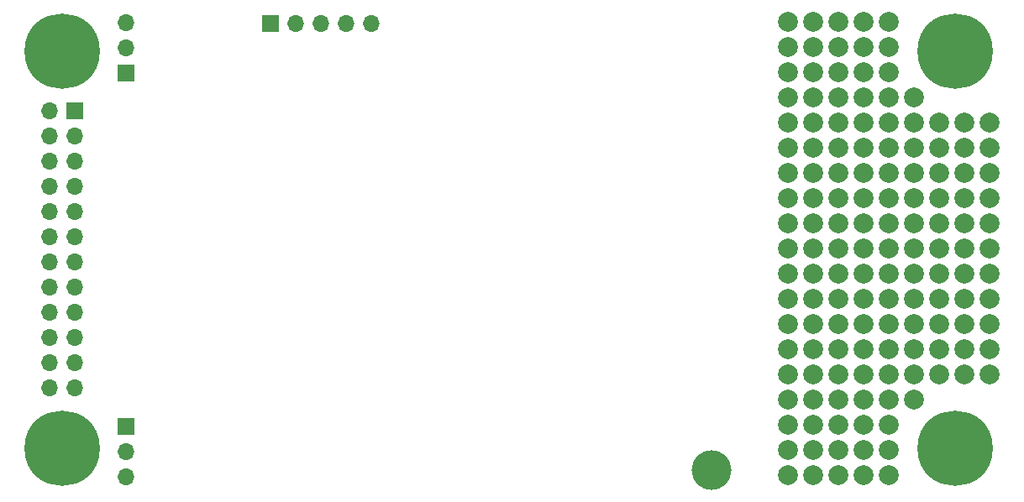
<source format=gbr>
G04 #@! TF.FileFunction,Soldermask,Bot*
%FSLAX46Y46*%
G04 Gerber Fmt 4.6, Leading zero omitted, Abs format (unit mm)*
G04 Created by KiCad (PCBNEW 4.0.6) date 06/28/17 13:30:46*
%MOMM*%
%LPD*%
G01*
G04 APERTURE LIST*
%ADD10C,0.100000*%
%ADD11C,4.000000*%
%ADD12C,2.000000*%
%ADD13R,1.700000X1.700000*%
%ADD14O,1.700000X1.700000*%
%ADD15C,7.600000*%
G04 APERTURE END LIST*
D10*
D11*
X166090000Y-122830000D03*
D12*
X183960000Y-123320000D03*
X181420000Y-123320000D03*
X178880000Y-123320000D03*
X176340000Y-123320000D03*
X173800000Y-123320000D03*
X183960000Y-120780000D03*
X181420000Y-120780000D03*
X178880000Y-120780000D03*
X176340000Y-120780000D03*
X173800000Y-120780000D03*
X183960000Y-118240000D03*
X181420000Y-118240000D03*
X178880000Y-118240000D03*
X176340000Y-118240000D03*
X173800000Y-118240000D03*
X186500000Y-115700000D03*
X183960000Y-115700000D03*
X181420000Y-115700000D03*
X178880000Y-115700000D03*
X176340000Y-115700000D03*
X173800000Y-115700000D03*
X194120000Y-113160000D03*
X191580000Y-113160000D03*
X189040000Y-113160000D03*
X186500000Y-113160000D03*
X183960000Y-113160000D03*
X181420000Y-113160000D03*
X178880000Y-113160000D03*
X176340000Y-113160000D03*
X173800000Y-113160000D03*
X194120000Y-110620000D03*
X191580000Y-110620000D03*
X189040000Y-110620000D03*
X186500000Y-110620000D03*
X183960000Y-110620000D03*
X181420000Y-110620000D03*
X178880000Y-110620000D03*
X176340000Y-110620000D03*
X173800000Y-110620000D03*
X194120000Y-108080000D03*
X191580000Y-108080000D03*
X189040000Y-108080000D03*
X186500000Y-108080000D03*
X183960000Y-108080000D03*
X181420000Y-108080000D03*
X178880000Y-108080000D03*
X176340000Y-108080000D03*
X173800000Y-108080000D03*
X194120000Y-105540000D03*
X191580000Y-105540000D03*
X189040000Y-105540000D03*
X186500000Y-105540000D03*
X183960000Y-105540000D03*
X181420000Y-105540000D03*
X178880000Y-105540000D03*
X176340000Y-105540000D03*
X173800000Y-105540000D03*
X194120000Y-103000000D03*
X191580000Y-103000000D03*
X189040000Y-103000000D03*
X186500000Y-103000000D03*
X183960000Y-103000000D03*
X181420000Y-103000000D03*
X178880000Y-103000000D03*
X176340000Y-103000000D03*
X173800000Y-103000000D03*
X194120000Y-100460000D03*
X191580000Y-100460000D03*
X189040000Y-100460000D03*
X186500000Y-100460000D03*
X183960000Y-100460000D03*
X181420000Y-100460000D03*
X178880000Y-100460000D03*
X176340000Y-100460000D03*
X173800000Y-100460000D03*
X194120000Y-97920000D03*
X191580000Y-97920000D03*
X189040000Y-97920000D03*
X186500000Y-97920000D03*
X183960000Y-97920000D03*
X181420000Y-97920000D03*
X178880000Y-97920000D03*
X176340000Y-97920000D03*
X173800000Y-97920000D03*
X194120000Y-95380000D03*
X191580000Y-95380000D03*
X189040000Y-95380000D03*
X186500000Y-95380000D03*
X183960000Y-95380000D03*
X181420000Y-95380000D03*
X178880000Y-95380000D03*
X176340000Y-95380000D03*
X173800000Y-95380000D03*
X194120000Y-92840000D03*
X191580000Y-92840000D03*
X189040000Y-92840000D03*
X186500000Y-92840000D03*
X183960000Y-92840000D03*
X181420000Y-92840000D03*
X178880000Y-92840000D03*
X176340000Y-92840000D03*
X173800000Y-92840000D03*
X194120000Y-90300000D03*
X191580000Y-90300000D03*
X189040000Y-90300000D03*
X186500000Y-90300000D03*
X183960000Y-90300000D03*
X181420000Y-90300000D03*
X178880000Y-90300000D03*
X176340000Y-90300000D03*
X173800000Y-90300000D03*
X194120000Y-87760000D03*
X191580000Y-87760000D03*
X189040000Y-87760000D03*
X186500000Y-87760000D03*
X183960000Y-87760000D03*
X181420000Y-87760000D03*
X178880000Y-87760000D03*
X176340000Y-87760000D03*
X173800000Y-87760000D03*
X186500000Y-85220000D03*
X183960000Y-85220000D03*
X181420000Y-85220000D03*
X178880000Y-85220000D03*
X176340000Y-85220000D03*
X173800000Y-85220000D03*
X183960000Y-82680000D03*
X181420000Y-82680000D03*
X178880000Y-82680000D03*
X176340000Y-82680000D03*
X173800000Y-82680000D03*
X183960000Y-80140000D03*
X181420000Y-80140000D03*
X178880000Y-80140000D03*
X176340000Y-80140000D03*
X173800000Y-80140000D03*
X183960000Y-77600000D03*
X181420000Y-77600000D03*
X178880000Y-77600000D03*
X176340000Y-77600000D03*
D13*
X101900000Y-86600000D03*
D14*
X99360000Y-86600000D03*
X101900000Y-89140000D03*
X99360000Y-89140000D03*
X101900000Y-91680000D03*
X99360000Y-91680000D03*
X101900000Y-94220000D03*
X99360000Y-94220000D03*
X101900000Y-96760000D03*
X99360000Y-96760000D03*
X101900000Y-99300000D03*
X99360000Y-99300000D03*
X101900000Y-101840000D03*
X99360000Y-101840000D03*
X101900000Y-104380000D03*
X99360000Y-104380000D03*
X101900000Y-106920000D03*
X99360000Y-106920000D03*
X101900000Y-109460000D03*
X99360000Y-109460000D03*
X101900000Y-112000000D03*
X99360000Y-112000000D03*
X101900000Y-114540000D03*
X99360000Y-114540000D03*
D13*
X107000000Y-82800000D03*
D14*
X107000000Y-80260000D03*
X107000000Y-77720000D03*
D13*
X121600000Y-77740000D03*
D14*
X124140000Y-77740000D03*
X126680000Y-77740000D03*
X129220000Y-77740000D03*
X131760000Y-77740000D03*
D13*
X107000000Y-118400000D03*
D14*
X107000000Y-120940000D03*
X107000000Y-123480000D03*
D15*
X190600000Y-80600000D03*
X190600000Y-120600000D03*
X100600000Y-120600000D03*
X100600000Y-80600000D03*
D12*
X173800000Y-77600000D03*
M02*

</source>
